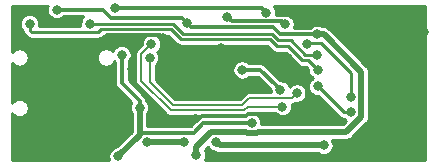
<source format=gbr>
G04 #@! TF.GenerationSoftware,KiCad,Pcbnew,(6.0.0-rc1-dev-1606-g4cd41e394)*
G04 #@! TF.CreationDate,2019-02-20T17:22:23+01:00*
G04 #@! TF.ProjectId,WINDGAUGE03A_PCB01A,57494e44-4741-4554-9745-3033415f5043,rev?*
G04 #@! TF.SameCoordinates,Original*
G04 #@! TF.FileFunction,Copper,L2,Bot*
G04 #@! TF.FilePolarity,Positive*
%FSLAX46Y46*%
G04 Gerber Fmt 4.6, Leading zero omitted, Abs format (unit mm)*
G04 Created by KiCad (PCBNEW (6.0.0-rc1-dev-1606-g4cd41e394)) date 20.02.2019 17:22:23*
%MOMM*%
%LPD*%
G04 APERTURE LIST*
%ADD10C,0.800000*%
%ADD11C,0.200000*%
%ADD12C,0.300000*%
%ADD13C,0.250000*%
%ADD14C,0.500000*%
%ADD15C,0.254000*%
G04 APERTURE END LIST*
D10*
X29306000Y12610000D03*
X30830000Y12610000D03*
X32100000Y12610000D03*
X35148000Y4482000D03*
X35148000Y5752000D03*
X32608000Y4228000D03*
X33116000Y11340000D03*
X34386000Y11340000D03*
X35402000Y11340000D03*
X32587958Y5731958D03*
X18200000Y9954000D03*
X22100000Y700000D03*
X23500000Y700000D03*
X25000000Y700000D03*
X25900000Y5100000D03*
X25200000Y7900000D03*
X24300000Y8175001D03*
X23887348Y9087348D03*
X17200000Y6300000D03*
X15100000Y6200000D03*
X10700000Y8200000D03*
X1400000Y1900000D03*
X2700000Y1900000D03*
X4200000Y1900000D03*
X5600000Y1900000D03*
X1100000Y10700000D03*
X6000225Y12121765D03*
X13275290Y10800000D03*
X16000000Y3983020D03*
X26900000Y1700000D03*
X17800000Y2000000D03*
X11901041Y1998959D03*
X15100000Y2030002D03*
X4300000Y13200000D03*
X15300000Y12100000D03*
X16100000Y900000D03*
X26332500Y11108132D03*
X9500000Y800000D03*
X11300000Y4900000D03*
X9800000Y9400000D03*
X20000000Y8100000D03*
X22040000Y12950010D03*
X9200000Y13324999D03*
X23229554Y6400012D03*
X20800000Y3600000D03*
X29200000Y4500000D03*
X26400000Y6700000D03*
X29200000Y5800000D03*
X25498926Y10298462D03*
X18700000Y12610000D03*
X23626000Y11950000D03*
X2000000Y12000000D03*
X26399997Y8100003D03*
X26300000Y9400000D03*
X7100000Y11999999D03*
X12300000Y10300000D03*
X23400000Y5000000D03*
X12156910Y9143271D03*
X24629565Y6150486D03*
D11*
X29306000Y12610000D02*
X30830000Y12610000D01*
X32608000Y5711916D02*
X32587958Y5731958D01*
D12*
X22100000Y700000D02*
X23500000Y700000D01*
D11*
X25400000Y7700000D02*
X25200000Y7900000D01*
X25900000Y5100000D02*
X25400000Y5600000D01*
X25400000Y5600000D02*
X25400000Y7700000D01*
D13*
X24300000Y8175001D02*
X24300000Y8674696D01*
X24300000Y8674696D02*
X23887348Y9087348D01*
X17200000Y6300000D02*
X15200000Y6300000D01*
X15200000Y6300000D02*
X15100000Y6200000D01*
D12*
X10700000Y8200000D02*
X10700000Y7100000D01*
X10700000Y7100000D02*
X13700000Y4100000D01*
X13700000Y4100000D02*
X16000000Y4100000D01*
X16000000Y4100000D02*
X16100000Y4200000D01*
X13000311Y11074979D02*
X8574979Y11074979D01*
X13275290Y10800000D02*
X13000311Y11074979D01*
X8200000Y10700000D02*
X8200000Y10500000D01*
X8574979Y11074979D02*
X8200000Y10700000D01*
X8200000Y10500000D02*
X7700000Y10000000D01*
X1800000Y10000000D02*
X1100000Y10700000D01*
X7700000Y10000000D02*
X1800000Y10000000D01*
X25500001Y4700001D02*
X25300001Y4700001D01*
X25900000Y5100000D02*
X25500001Y4700001D01*
X20335118Y4233010D02*
X20502108Y4400000D01*
X16625890Y4233010D02*
X20335118Y4233010D01*
X16000000Y3983020D02*
X16375900Y3983020D01*
X16375900Y3983020D02*
X16625890Y4233010D01*
X22889998Y4400000D02*
X23289998Y4000000D01*
X20502108Y4400000D02*
X22889998Y4400000D01*
X24800000Y4000000D02*
X25900000Y5100000D01*
X23289998Y4000000D02*
X24800000Y4000000D01*
D14*
X26900000Y1700000D02*
X18100000Y1700000D01*
X18100000Y1700000D02*
X17800000Y2000000D01*
X15068957Y1998959D02*
X15100000Y2030002D01*
X11901041Y1998959D02*
X15068957Y1998959D01*
D12*
X22608174Y11700000D02*
X23200042Y11108132D01*
X23200042Y11108132D02*
X25766815Y11108132D01*
X15300000Y12100000D02*
X15699999Y11700001D01*
X15699999Y11700001D02*
X22608174Y11700000D01*
X25766815Y11108132D02*
X26332500Y11108132D01*
X14900001Y12499999D02*
X15300000Y12100000D01*
X8914998Y12499999D02*
X14900001Y12499999D01*
X8214997Y13200000D02*
X8914998Y12499999D01*
X4300000Y13200000D02*
X8214997Y13200000D01*
D14*
X26332500Y11108132D02*
X26898185Y11108132D01*
X30050001Y7956316D02*
X30050001Y4091999D01*
X26898185Y11108132D02*
X30050001Y7956316D01*
X28808003Y2850001D02*
X21308003Y2850001D01*
X21308003Y2850001D02*
X21208001Y2749999D01*
X16100000Y1465685D02*
X16100000Y900000D01*
X21208001Y2749999D02*
X20391999Y2749999D01*
X20291997Y2850001D02*
X17391999Y2850001D01*
X16100000Y1558002D02*
X16100000Y1465685D01*
X20391999Y2749999D02*
X20291997Y2850001D01*
X17391999Y2850001D02*
X16100000Y1558002D01*
X30050001Y4091999D02*
X28808003Y2850001D01*
D12*
X9235002Y13360001D02*
X9200000Y13324999D01*
X22040000Y12950010D02*
X21630009Y13360001D01*
X21630009Y13360001D02*
X9235002Y13360001D01*
X9800000Y8834315D02*
X9800000Y9400000D01*
X9800000Y6965685D02*
X9800000Y8834315D01*
X11300000Y5465685D02*
X9800000Y6965685D01*
X11300000Y4900000D02*
X11300000Y5465685D01*
X20000000Y8100000D02*
X21529566Y8100000D01*
X22829555Y6800011D02*
X23229554Y6400012D01*
X21529566Y8100000D02*
X22829555Y6800011D01*
D14*
X9500000Y800000D02*
X11300000Y2600000D01*
X11300000Y2600000D02*
X11300000Y4900000D01*
D12*
X15900000Y2800000D02*
X16700000Y3600000D01*
X20234315Y3600000D02*
X20800000Y3600000D01*
X11500000Y2800000D02*
X15900000Y2800000D01*
X16700000Y3600000D02*
X20234315Y3600000D01*
X11300000Y2600000D02*
X11500000Y2800000D01*
D13*
X26799999Y6300001D02*
X26400000Y6700000D01*
X28600000Y4500000D02*
X26799999Y6300001D01*
X29200000Y4500000D02*
X28600000Y4500000D01*
X26634412Y10383122D02*
X25583586Y10383122D01*
X25583586Y10383122D02*
X25498926Y10298462D01*
X29200000Y7817534D02*
X26634412Y10383122D01*
X29200000Y5800000D02*
X29200000Y7817534D01*
D12*
X18700000Y12610000D02*
X19109990Y12200010D01*
X19109990Y12200010D02*
X22399990Y12200010D01*
X22399990Y12200010D02*
X23375990Y12200010D01*
X23375990Y12200010D02*
X23626000Y11950000D01*
D13*
X25999998Y8500002D02*
X26399997Y8100003D01*
X25100000Y8900001D02*
X25599999Y8900001D01*
X22900000Y10100000D02*
X23900001Y10100000D01*
X22320999Y10679001D02*
X22900000Y10100000D01*
X14847139Y10679001D02*
X22320999Y10679001D01*
X2000000Y12000000D02*
X2000000Y11434315D01*
X23900001Y10100000D02*
X25100000Y8900001D01*
X2000000Y11434315D02*
X2159317Y11274998D01*
X2159317Y11274998D02*
X7774998Y11274998D01*
X7774998Y11274998D02*
X8049989Y11549989D01*
X25599999Y8900001D02*
X25999998Y8500002D01*
X8049989Y11549989D02*
X13976151Y11549989D01*
X13976151Y11549989D02*
X14847139Y10679001D01*
X26300000Y9400000D02*
X25324386Y9400000D01*
X25324386Y9400000D02*
X24124386Y10600000D01*
X24124386Y10600000D02*
X23036410Y10600000D01*
X15012539Y11150011D02*
X14162551Y11999999D01*
X7665685Y11999999D02*
X7100000Y11999999D01*
X14162551Y11999999D02*
X7665685Y11999999D01*
X22486399Y11150011D02*
X15012539Y11150011D01*
X23036410Y10600000D02*
X22486399Y11150011D01*
D11*
X20465698Y5000000D02*
X23400000Y5000000D01*
X20148718Y4683020D02*
X20465698Y5000000D01*
X13951281Y4683020D02*
X20148718Y4683020D01*
X11456909Y7177392D02*
X13951281Y4683020D01*
X12300000Y10300000D02*
X11456909Y9456909D01*
X11456909Y9456909D02*
X11456909Y7177392D01*
X14100000Y5100000D02*
X12156910Y7043090D01*
X12156910Y7043090D02*
X12156910Y9143271D01*
X19600000Y5100000D02*
X14100000Y5100000D01*
X19600000Y5100000D02*
X20000000Y5100000D01*
X20000000Y5100000D02*
X20600002Y5700002D01*
X24229566Y5750487D02*
X24629565Y6150486D01*
X20600002Y5700002D02*
X24179081Y5700002D01*
X24179081Y5700002D02*
X24229566Y5750487D01*
D15*
G36*
X35498001Y502000D02*
G01*
X16828688Y502000D01*
X16832877Y508269D01*
X16895218Y658773D01*
X16927000Y818548D01*
X16927000Y981452D01*
X16895218Y1141227D01*
X16832877Y1291731D01*
X16816164Y1316744D01*
X17083372Y1583951D01*
X17157628Y1472819D01*
X17272819Y1357628D01*
X17408269Y1267123D01*
X17558773Y1204782D01*
X17661056Y1184436D01*
X17722059Y1134372D01*
X17839670Y1071508D01*
X17967285Y1032796D01*
X18066748Y1023000D01*
X18066757Y1023000D01*
X18099999Y1019726D01*
X18133241Y1023000D01*
X26424643Y1023000D01*
X26508269Y967123D01*
X26658773Y904782D01*
X26818548Y873000D01*
X26981452Y873000D01*
X27141227Y904782D01*
X27291731Y967123D01*
X27427181Y1057628D01*
X27542372Y1172819D01*
X27632877Y1308269D01*
X27695218Y1458773D01*
X27727000Y1618548D01*
X27727000Y1781452D01*
X27695218Y1941227D01*
X27632877Y2091731D01*
X27578574Y2173001D01*
X28774758Y2173001D01*
X28808003Y2169727D01*
X28841248Y2173001D01*
X28841255Y2173001D01*
X28940718Y2182797D01*
X29068333Y2221509D01*
X29185944Y2284373D01*
X29289030Y2368974D01*
X29310229Y2394805D01*
X30505197Y3589773D01*
X30531028Y3610972D01*
X30615629Y3714058D01*
X30678493Y3831669D01*
X30717205Y3959284D01*
X30727001Y4058747D01*
X30727001Y4058756D01*
X30730275Y4091998D01*
X30727001Y4125240D01*
X30727001Y7923071D01*
X30730275Y7956316D01*
X30727001Y7989561D01*
X30727001Y7989568D01*
X30717205Y8089031D01*
X30678493Y8216646D01*
X30615629Y8334257D01*
X30606541Y8345331D01*
X30552225Y8411515D01*
X30552219Y8411521D01*
X30531027Y8437343D01*
X30505207Y8458533D01*
X27400411Y11563328D01*
X27379212Y11589159D01*
X27276126Y11673760D01*
X27158515Y11736624D01*
X27030900Y11775336D01*
X26931437Y11785132D01*
X26931430Y11785132D01*
X26898185Y11788406D01*
X26864940Y11785132D01*
X26807857Y11785132D01*
X26724231Y11841009D01*
X26573727Y11903350D01*
X26413952Y11935132D01*
X26251048Y11935132D01*
X26091273Y11903350D01*
X25940769Y11841009D01*
X25805319Y11750504D01*
X25739947Y11685132D01*
X24411426Y11685132D01*
X24421218Y11708773D01*
X24453000Y11868548D01*
X24453000Y12031452D01*
X24421218Y12191227D01*
X24358877Y12341731D01*
X24268372Y12477181D01*
X24153181Y12592372D01*
X24017731Y12682877D01*
X23867227Y12745218D01*
X23707452Y12777000D01*
X23544548Y12777000D01*
X23494457Y12767036D01*
X23489101Y12768661D01*
X23434035Y12774084D01*
X23404326Y12777010D01*
X23404321Y12777010D01*
X23375990Y12779800D01*
X23347659Y12777010D01*
X22848790Y12777010D01*
X22867000Y12868558D01*
X22867000Y13031462D01*
X22835218Y13191237D01*
X22772877Y13341741D01*
X22682372Y13477191D01*
X22661563Y13498000D01*
X35498000Y13498000D01*
X35498001Y502000D01*
X35498001Y502000D01*
G37*
X35498001Y502000D02*
X16828688Y502000D01*
X16832877Y508269D01*
X16895218Y658773D01*
X16927000Y818548D01*
X16927000Y981452D01*
X16895218Y1141227D01*
X16832877Y1291731D01*
X16816164Y1316744D01*
X17083372Y1583951D01*
X17157628Y1472819D01*
X17272819Y1357628D01*
X17408269Y1267123D01*
X17558773Y1204782D01*
X17661056Y1184436D01*
X17722059Y1134372D01*
X17839670Y1071508D01*
X17967285Y1032796D01*
X18066748Y1023000D01*
X18066757Y1023000D01*
X18099999Y1019726D01*
X18133241Y1023000D01*
X26424643Y1023000D01*
X26508269Y967123D01*
X26658773Y904782D01*
X26818548Y873000D01*
X26981452Y873000D01*
X27141227Y904782D01*
X27291731Y967123D01*
X27427181Y1057628D01*
X27542372Y1172819D01*
X27632877Y1308269D01*
X27695218Y1458773D01*
X27727000Y1618548D01*
X27727000Y1781452D01*
X27695218Y1941227D01*
X27632877Y2091731D01*
X27578574Y2173001D01*
X28774758Y2173001D01*
X28808003Y2169727D01*
X28841248Y2173001D01*
X28841255Y2173001D01*
X28940718Y2182797D01*
X29068333Y2221509D01*
X29185944Y2284373D01*
X29289030Y2368974D01*
X29310229Y2394805D01*
X30505197Y3589773D01*
X30531028Y3610972D01*
X30615629Y3714058D01*
X30678493Y3831669D01*
X30717205Y3959284D01*
X30727001Y4058747D01*
X30727001Y4058756D01*
X30730275Y4091998D01*
X30727001Y4125240D01*
X30727001Y7923071D01*
X30730275Y7956316D01*
X30727001Y7989561D01*
X30727001Y7989568D01*
X30717205Y8089031D01*
X30678493Y8216646D01*
X30615629Y8334257D01*
X30606541Y8345331D01*
X30552225Y8411515D01*
X30552219Y8411521D01*
X30531027Y8437343D01*
X30505207Y8458533D01*
X27400411Y11563328D01*
X27379212Y11589159D01*
X27276126Y11673760D01*
X27158515Y11736624D01*
X27030900Y11775336D01*
X26931437Y11785132D01*
X26931430Y11785132D01*
X26898185Y11788406D01*
X26864940Y11785132D01*
X26807857Y11785132D01*
X26724231Y11841009D01*
X26573727Y11903350D01*
X26413952Y11935132D01*
X26251048Y11935132D01*
X26091273Y11903350D01*
X25940769Y11841009D01*
X25805319Y11750504D01*
X25739947Y11685132D01*
X24411426Y11685132D01*
X24421218Y11708773D01*
X24453000Y11868548D01*
X24453000Y12031452D01*
X24421218Y12191227D01*
X24358877Y12341731D01*
X24268372Y12477181D01*
X24153181Y12592372D01*
X24017731Y12682877D01*
X23867227Y12745218D01*
X23707452Y12777000D01*
X23544548Y12777000D01*
X23494457Y12767036D01*
X23489101Y12768661D01*
X23434035Y12774084D01*
X23404326Y12777010D01*
X23404321Y12777010D01*
X23375990Y12779800D01*
X23347659Y12777010D01*
X22848790Y12777010D01*
X22867000Y12868558D01*
X22867000Y13031462D01*
X22835218Y13191237D01*
X22772877Y13341741D01*
X22682372Y13477191D01*
X22661563Y13498000D01*
X35498000Y13498000D01*
X35498001Y502000D01*
G36*
X3504782Y13441227D02*
G01*
X3473000Y13281452D01*
X3473000Y13118548D01*
X3504782Y12958773D01*
X3567123Y12808269D01*
X3657628Y12672819D01*
X3772819Y12557628D01*
X3908269Y12467123D01*
X4058773Y12404782D01*
X4218548Y12373000D01*
X4381452Y12373000D01*
X4541227Y12404782D01*
X4691731Y12467123D01*
X4827181Y12557628D01*
X4892553Y12623000D01*
X6553448Y12623000D01*
X6457628Y12527180D01*
X6367123Y12391730D01*
X6304782Y12241226D01*
X6273000Y12081451D01*
X6273000Y11918547D01*
X6291211Y11826998D01*
X2808789Y11826998D01*
X2827000Y11918548D01*
X2827000Y12081452D01*
X2795218Y12241227D01*
X2732877Y12391731D01*
X2642372Y12527181D01*
X2527181Y12642372D01*
X2391731Y12732877D01*
X2241227Y12795218D01*
X2081452Y12827000D01*
X1918548Y12827000D01*
X1758773Y12795218D01*
X1608269Y12732877D01*
X1472819Y12642372D01*
X1357628Y12527181D01*
X1267123Y12391731D01*
X1204782Y12241227D01*
X1173000Y12081452D01*
X1173000Y11918548D01*
X1204782Y11758773D01*
X1267123Y11608269D01*
X1357628Y11472819D01*
X1450705Y11379742D01*
X1455988Y11326104D01*
X1473881Y11267122D01*
X1487552Y11222053D01*
X1531308Y11140192D01*
X1538810Y11126157D01*
X1607790Y11042104D01*
X1628851Y11024820D01*
X1749820Y10903850D01*
X1767106Y10882787D01*
X1851159Y10813807D01*
X1947054Y10762550D01*
X2051106Y10730986D01*
X2132208Y10722998D01*
X2132218Y10722998D01*
X2159316Y10720329D01*
X2186414Y10722998D01*
X7747892Y10722998D01*
X7774998Y10720328D01*
X7802104Y10722998D01*
X7802107Y10722998D01*
X7883209Y10730986D01*
X7987261Y10762550D01*
X8083156Y10813807D01*
X8167209Y10882787D01*
X8184499Y10903855D01*
X8278633Y10997989D01*
X11856056Y10997989D01*
X11772819Y10942372D01*
X11657628Y10827181D01*
X11567123Y10691731D01*
X11504782Y10541227D01*
X11473000Y10381452D01*
X11473000Y10218548D01*
X11473043Y10218333D01*
X11102575Y9847864D01*
X11082461Y9831357D01*
X11016605Y9751111D01*
X10984213Y9690509D01*
X10967670Y9659558D01*
X10937535Y9560218D01*
X10927360Y9456909D01*
X10929909Y9431028D01*
X10929910Y7203282D01*
X10927360Y7177392D01*
X10937535Y7074083D01*
X10967670Y6974743D01*
X11016605Y6883191D01*
X11016606Y6883190D01*
X11082462Y6802944D01*
X11102571Y6786441D01*
X13560335Y4328675D01*
X13576833Y4308572D01*
X13657079Y4242716D01*
X13748631Y4193781D01*
X13803950Y4177000D01*
X13847971Y4163646D01*
X13951281Y4153471D01*
X13977162Y4156020D01*
X16545251Y4156020D01*
X16536849Y4153471D01*
X16478124Y4135657D01*
X16377885Y4082079D01*
X16290026Y4009974D01*
X16271961Y3987962D01*
X15660999Y3377000D01*
X11977000Y3377000D01*
X11977000Y4424643D01*
X12032877Y4508269D01*
X12095218Y4658773D01*
X12127000Y4818548D01*
X12127000Y4981452D01*
X12095218Y5141227D01*
X12032877Y5291731D01*
X11942372Y5427181D01*
X11877160Y5492393D01*
X11877000Y5494015D01*
X11877000Y5494021D01*
X11868650Y5578797D01*
X11835657Y5687561D01*
X11782079Y5787800D01*
X11709974Y5875659D01*
X11687962Y5893724D01*
X10377000Y7204686D01*
X10377000Y8807447D01*
X10442372Y8872819D01*
X10532877Y9008269D01*
X10595218Y9158773D01*
X10627000Y9318548D01*
X10627000Y9481452D01*
X10595218Y9641227D01*
X10532877Y9791731D01*
X10442372Y9927181D01*
X10327181Y10042372D01*
X10191731Y10132877D01*
X10041227Y10195218D01*
X9881452Y10227000D01*
X9718548Y10227000D01*
X9558773Y10195218D01*
X9408269Y10132877D01*
X9272819Y10042372D01*
X9157628Y9927181D01*
X9067123Y9791731D01*
X9020257Y9678588D01*
X8945309Y9753536D01*
X8818048Y9838569D01*
X8676643Y9897141D01*
X8526528Y9927000D01*
X8373472Y9927000D01*
X8223357Y9897141D01*
X8081952Y9838569D01*
X7954691Y9753536D01*
X7846464Y9645309D01*
X7761431Y9518048D01*
X7702859Y9376643D01*
X7673000Y9226528D01*
X7673000Y9073472D01*
X7702859Y8923357D01*
X7761431Y8781952D01*
X7846464Y8654691D01*
X7954691Y8546464D01*
X8081952Y8461431D01*
X8223357Y8402859D01*
X8373472Y8373000D01*
X8526528Y8373000D01*
X8676643Y8402859D01*
X8818048Y8461431D01*
X8945309Y8546464D01*
X9053536Y8654691D01*
X9138569Y8781952D01*
X9170766Y8859681D01*
X9223000Y8807447D01*
X9223000Y8805980D01*
X9223001Y8805970D01*
X9223000Y6994016D01*
X9220210Y6965685D01*
X9223000Y6937354D01*
X9223000Y6937350D01*
X9225334Y6913657D01*
X9231349Y6852574D01*
X9249803Y6791743D01*
X9264343Y6743810D01*
X9317921Y6643571D01*
X9390026Y6555711D01*
X9412038Y6537646D01*
X10603504Y5346180D01*
X10567123Y5291731D01*
X10504782Y5141227D01*
X10473000Y4981452D01*
X10473000Y4818548D01*
X10504782Y4658773D01*
X10567123Y4508269D01*
X10623001Y4424642D01*
X10623000Y2880422D01*
X9357418Y1614840D01*
X9258773Y1595218D01*
X9108269Y1532877D01*
X8972819Y1442372D01*
X8857628Y1327181D01*
X8767123Y1191731D01*
X8704782Y1041227D01*
X8673000Y881452D01*
X8673000Y718548D01*
X8704782Y558773D01*
X8728298Y502000D01*
X502000Y502000D01*
X502000Y4421236D01*
X546464Y4354691D01*
X654691Y4246464D01*
X781952Y4161431D01*
X923357Y4102859D01*
X1073472Y4073000D01*
X1226528Y4073000D01*
X1376643Y4102859D01*
X1518048Y4161431D01*
X1645309Y4246464D01*
X1753536Y4354691D01*
X1838569Y4481952D01*
X1897141Y4623357D01*
X1927000Y4773472D01*
X1927000Y4926528D01*
X1897141Y5076643D01*
X1838569Y5218048D01*
X1753536Y5345309D01*
X1645309Y5453536D01*
X1518048Y5538569D01*
X1376643Y5597141D01*
X1226528Y5627000D01*
X1073472Y5627000D01*
X923357Y5597141D01*
X781952Y5538569D01*
X654691Y5453536D01*
X546464Y5345309D01*
X502000Y5278764D01*
X502000Y8721236D01*
X546464Y8654691D01*
X654691Y8546464D01*
X781952Y8461431D01*
X923357Y8402859D01*
X1073472Y8373000D01*
X1226528Y8373000D01*
X1376643Y8402859D01*
X1518048Y8461431D01*
X1645309Y8546464D01*
X1753536Y8654691D01*
X1838569Y8781952D01*
X1897141Y8923357D01*
X1927000Y9073472D01*
X1927000Y9226528D01*
X1897141Y9376643D01*
X1838569Y9518048D01*
X1753536Y9645309D01*
X1645309Y9753536D01*
X1518048Y9838569D01*
X1376643Y9897141D01*
X1226528Y9927000D01*
X1073472Y9927000D01*
X923357Y9897141D01*
X781952Y9838569D01*
X654691Y9753536D01*
X546464Y9645309D01*
X502000Y9578764D01*
X502000Y13498000D01*
X3528298Y13498000D01*
X3504782Y13441227D01*
X3504782Y13441227D01*
G37*
X3504782Y13441227D02*
X3473000Y13281452D01*
X3473000Y13118548D01*
X3504782Y12958773D01*
X3567123Y12808269D01*
X3657628Y12672819D01*
X3772819Y12557628D01*
X3908269Y12467123D01*
X4058773Y12404782D01*
X4218548Y12373000D01*
X4381452Y12373000D01*
X4541227Y12404782D01*
X4691731Y12467123D01*
X4827181Y12557628D01*
X4892553Y12623000D01*
X6553448Y12623000D01*
X6457628Y12527180D01*
X6367123Y12391730D01*
X6304782Y12241226D01*
X6273000Y12081451D01*
X6273000Y11918547D01*
X6291211Y11826998D01*
X2808789Y11826998D01*
X2827000Y11918548D01*
X2827000Y12081452D01*
X2795218Y12241227D01*
X2732877Y12391731D01*
X2642372Y12527181D01*
X2527181Y12642372D01*
X2391731Y12732877D01*
X2241227Y12795218D01*
X2081452Y12827000D01*
X1918548Y12827000D01*
X1758773Y12795218D01*
X1608269Y12732877D01*
X1472819Y12642372D01*
X1357628Y12527181D01*
X1267123Y12391731D01*
X1204782Y12241227D01*
X1173000Y12081452D01*
X1173000Y11918548D01*
X1204782Y11758773D01*
X1267123Y11608269D01*
X1357628Y11472819D01*
X1450705Y11379742D01*
X1455988Y11326104D01*
X1473881Y11267122D01*
X1487552Y11222053D01*
X1531308Y11140192D01*
X1538810Y11126157D01*
X1607790Y11042104D01*
X1628851Y11024820D01*
X1749820Y10903850D01*
X1767106Y10882787D01*
X1851159Y10813807D01*
X1947054Y10762550D01*
X2051106Y10730986D01*
X2132208Y10722998D01*
X2132218Y10722998D01*
X2159316Y10720329D01*
X2186414Y10722998D01*
X7747892Y10722998D01*
X7774998Y10720328D01*
X7802104Y10722998D01*
X7802107Y10722998D01*
X7883209Y10730986D01*
X7987261Y10762550D01*
X8083156Y10813807D01*
X8167209Y10882787D01*
X8184499Y10903855D01*
X8278633Y10997989D01*
X11856056Y10997989D01*
X11772819Y10942372D01*
X11657628Y10827181D01*
X11567123Y10691731D01*
X11504782Y10541227D01*
X11473000Y10381452D01*
X11473000Y10218548D01*
X11473043Y10218333D01*
X11102575Y9847864D01*
X11082461Y9831357D01*
X11016605Y9751111D01*
X10984213Y9690509D01*
X10967670Y9659558D01*
X10937535Y9560218D01*
X10927360Y9456909D01*
X10929909Y9431028D01*
X10929910Y7203282D01*
X10927360Y7177392D01*
X10937535Y7074083D01*
X10967670Y6974743D01*
X11016605Y6883191D01*
X11016606Y6883190D01*
X11082462Y6802944D01*
X11102571Y6786441D01*
X13560335Y4328675D01*
X13576833Y4308572D01*
X13657079Y4242716D01*
X13748631Y4193781D01*
X13803950Y4177000D01*
X13847971Y4163646D01*
X13951281Y4153471D01*
X13977162Y4156020D01*
X16545251Y4156020D01*
X16536849Y4153471D01*
X16478124Y4135657D01*
X16377885Y4082079D01*
X16290026Y4009974D01*
X16271961Y3987962D01*
X15660999Y3377000D01*
X11977000Y3377000D01*
X11977000Y4424643D01*
X12032877Y4508269D01*
X12095218Y4658773D01*
X12127000Y4818548D01*
X12127000Y4981452D01*
X12095218Y5141227D01*
X12032877Y5291731D01*
X11942372Y5427181D01*
X11877160Y5492393D01*
X11877000Y5494015D01*
X11877000Y5494021D01*
X11868650Y5578797D01*
X11835657Y5687561D01*
X11782079Y5787800D01*
X11709974Y5875659D01*
X11687962Y5893724D01*
X10377000Y7204686D01*
X10377000Y8807447D01*
X10442372Y8872819D01*
X10532877Y9008269D01*
X10595218Y9158773D01*
X10627000Y9318548D01*
X10627000Y9481452D01*
X10595218Y9641227D01*
X10532877Y9791731D01*
X10442372Y9927181D01*
X10327181Y10042372D01*
X10191731Y10132877D01*
X10041227Y10195218D01*
X9881452Y10227000D01*
X9718548Y10227000D01*
X9558773Y10195218D01*
X9408269Y10132877D01*
X9272819Y10042372D01*
X9157628Y9927181D01*
X9067123Y9791731D01*
X9020257Y9678588D01*
X8945309Y9753536D01*
X8818048Y9838569D01*
X8676643Y9897141D01*
X8526528Y9927000D01*
X8373472Y9927000D01*
X8223357Y9897141D01*
X8081952Y9838569D01*
X7954691Y9753536D01*
X7846464Y9645309D01*
X7761431Y9518048D01*
X7702859Y9376643D01*
X7673000Y9226528D01*
X7673000Y9073472D01*
X7702859Y8923357D01*
X7761431Y8781952D01*
X7846464Y8654691D01*
X7954691Y8546464D01*
X8081952Y8461431D01*
X8223357Y8402859D01*
X8373472Y8373000D01*
X8526528Y8373000D01*
X8676643Y8402859D01*
X8818048Y8461431D01*
X8945309Y8546464D01*
X9053536Y8654691D01*
X9138569Y8781952D01*
X9170766Y8859681D01*
X9223000Y8807447D01*
X9223000Y8805980D01*
X9223001Y8805970D01*
X9223000Y6994016D01*
X9220210Y6965685D01*
X9223000Y6937354D01*
X9223000Y6937350D01*
X9225334Y6913657D01*
X9231349Y6852574D01*
X9249803Y6791743D01*
X9264343Y6743810D01*
X9317921Y6643571D01*
X9390026Y6555711D01*
X9412038Y6537646D01*
X10603504Y5346180D01*
X10567123Y5291731D01*
X10504782Y5141227D01*
X10473000Y4981452D01*
X10473000Y4818548D01*
X10504782Y4658773D01*
X10567123Y4508269D01*
X10623001Y4424642D01*
X10623000Y2880422D01*
X9357418Y1614840D01*
X9258773Y1595218D01*
X9108269Y1532877D01*
X8972819Y1442372D01*
X8857628Y1327181D01*
X8767123Y1191731D01*
X8704782Y1041227D01*
X8673000Y881452D01*
X8673000Y718548D01*
X8704782Y558773D01*
X8728298Y502000D01*
X502000Y502000D01*
X502000Y4421236D01*
X546464Y4354691D01*
X654691Y4246464D01*
X781952Y4161431D01*
X923357Y4102859D01*
X1073472Y4073000D01*
X1226528Y4073000D01*
X1376643Y4102859D01*
X1518048Y4161431D01*
X1645309Y4246464D01*
X1753536Y4354691D01*
X1838569Y4481952D01*
X1897141Y4623357D01*
X1927000Y4773472D01*
X1927000Y4926528D01*
X1897141Y5076643D01*
X1838569Y5218048D01*
X1753536Y5345309D01*
X1645309Y5453536D01*
X1518048Y5538569D01*
X1376643Y5597141D01*
X1226528Y5627000D01*
X1073472Y5627000D01*
X923357Y5597141D01*
X781952Y5538569D01*
X654691Y5453536D01*
X546464Y5345309D01*
X502000Y5278764D01*
X502000Y8721236D01*
X546464Y8654691D01*
X654691Y8546464D01*
X781952Y8461431D01*
X923357Y8402859D01*
X1073472Y8373000D01*
X1226528Y8373000D01*
X1376643Y8402859D01*
X1518048Y8461431D01*
X1645309Y8546464D01*
X1753536Y8654691D01*
X1838569Y8781952D01*
X1897141Y8923357D01*
X1927000Y9073472D01*
X1927000Y9226528D01*
X1897141Y9376643D01*
X1838569Y9518048D01*
X1753536Y9645309D01*
X1645309Y9753536D01*
X1518048Y9838569D01*
X1376643Y9897141D01*
X1226528Y9927000D01*
X1073472Y9927000D01*
X923357Y9897141D01*
X781952Y9838569D01*
X654691Y9753536D01*
X546464Y9645309D01*
X502000Y9578764D01*
X502000Y13498000D01*
X3528298Y13498000D01*
X3504782Y13441227D01*
G36*
X14437646Y10307848D02*
G01*
X14454928Y10286790D01*
X14538981Y10217810D01*
X14634876Y10166553D01*
X14738928Y10134989D01*
X14820030Y10127001D01*
X14820032Y10127001D01*
X14847138Y10124331D01*
X14874244Y10127001D01*
X22092354Y10127001D01*
X22490507Y9728847D01*
X22507789Y9707789D01*
X22591842Y9638809D01*
X22687737Y9587552D01*
X22791789Y9555988D01*
X22872891Y9548000D01*
X22872893Y9548000D01*
X22899999Y9545330D01*
X22927105Y9548000D01*
X23671357Y9548000D01*
X24690504Y8528852D01*
X24707789Y8507790D01*
X24791842Y8438810D01*
X24887737Y8387553D01*
X24991789Y8355989D01*
X25072891Y8348001D01*
X25072894Y8348001D01*
X25100000Y8345331D01*
X25127106Y8348001D01*
X25371355Y8348001D01*
X25572997Y8146358D01*
X25572997Y8018551D01*
X25604779Y7858776D01*
X25667120Y7708272D01*
X25757625Y7572822D01*
X25872816Y7457631D01*
X25959066Y7400000D01*
X25872819Y7342372D01*
X25757628Y7227181D01*
X25667123Y7091731D01*
X25604782Y6941227D01*
X25573000Y6781452D01*
X25573000Y6618548D01*
X25604782Y6458773D01*
X25667123Y6308269D01*
X25757628Y6172819D01*
X25872819Y6057628D01*
X26008269Y5967123D01*
X26158773Y5904782D01*
X26318548Y5873000D01*
X26446356Y5873000D01*
X28190508Y4128846D01*
X28207789Y4107789D01*
X28228845Y4090509D01*
X28228846Y4090508D01*
X28291842Y4038809D01*
X28387737Y3987552D01*
X28491789Y3955988D01*
X28583491Y3946956D01*
X28672819Y3857628D01*
X28783951Y3783371D01*
X28527581Y3527001D01*
X21627000Y3527001D01*
X21627000Y3681452D01*
X21595218Y3841227D01*
X21532877Y3991731D01*
X21442372Y4127181D01*
X21327181Y4242372D01*
X21191731Y4332877D01*
X21041227Y4395218D01*
X20881452Y4427000D01*
X20718548Y4427000D01*
X20617983Y4406996D01*
X20683987Y4473000D01*
X22757507Y4473000D01*
X22757628Y4472819D01*
X22872819Y4357628D01*
X23008269Y4267123D01*
X23158773Y4204782D01*
X23318548Y4173000D01*
X23481452Y4173000D01*
X23641227Y4204782D01*
X23791731Y4267123D01*
X23927181Y4357628D01*
X24042372Y4472819D01*
X24132877Y4608269D01*
X24195218Y4758773D01*
X24227000Y4918548D01*
X24227000Y5081452D01*
X24208716Y5173372D01*
X24282391Y5180628D01*
X24381731Y5210763D01*
X24473283Y5259698D01*
X24551009Y5323486D01*
X24711017Y5323486D01*
X24870792Y5355268D01*
X25021296Y5417609D01*
X25156746Y5508114D01*
X25271937Y5623305D01*
X25362442Y5758755D01*
X25424783Y5909259D01*
X25456565Y6069034D01*
X25456565Y6231938D01*
X25424783Y6391713D01*
X25362442Y6542217D01*
X25271937Y6677667D01*
X25156746Y6792858D01*
X25021296Y6883363D01*
X24870792Y6945704D01*
X24711017Y6977486D01*
X24548113Y6977486D01*
X24388338Y6945704D01*
X24237834Y6883363D01*
X24102384Y6792858D01*
X24003096Y6693570D01*
X23962431Y6791743D01*
X23871926Y6927193D01*
X23756735Y7042384D01*
X23621285Y7132889D01*
X23470781Y7195230D01*
X23311006Y7227012D01*
X23218556Y7227012D01*
X21957605Y8487962D01*
X21939540Y8509974D01*
X21851681Y8582079D01*
X21751442Y8635657D01*
X21687336Y8655103D01*
X21642677Y8668651D01*
X21587611Y8674074D01*
X21557902Y8677000D01*
X21557897Y8677000D01*
X21529566Y8679790D01*
X21501235Y8677000D01*
X20592553Y8677000D01*
X20527181Y8742372D01*
X20391731Y8832877D01*
X20241227Y8895218D01*
X20081452Y8927000D01*
X19918548Y8927000D01*
X19758773Y8895218D01*
X19608269Y8832877D01*
X19472819Y8742372D01*
X19357628Y8627181D01*
X19267123Y8491731D01*
X19204782Y8341227D01*
X19173000Y8181452D01*
X19173000Y8018548D01*
X19204782Y7858773D01*
X19267123Y7708269D01*
X19357628Y7572819D01*
X19472819Y7457628D01*
X19608269Y7367123D01*
X19758773Y7304782D01*
X19918548Y7273000D01*
X20081452Y7273000D01*
X20241227Y7304782D01*
X20391731Y7367123D01*
X20527181Y7457628D01*
X20592553Y7523000D01*
X21290565Y7523000D01*
X22402554Y6411010D01*
X22402554Y6318560D01*
X22420766Y6227002D01*
X20625883Y6227002D01*
X20600002Y6229551D01*
X20574121Y6227002D01*
X20496692Y6219376D01*
X20397352Y6189241D01*
X20305800Y6140306D01*
X20225554Y6074450D01*
X20209051Y6054341D01*
X19781711Y5627000D01*
X14318290Y5627000D01*
X12683910Y7261379D01*
X12683910Y8500778D01*
X12684091Y8500899D01*
X12799282Y8616090D01*
X12889787Y8751540D01*
X12952128Y8902044D01*
X12983910Y9061819D01*
X12983910Y9224723D01*
X12952128Y9384498D01*
X12889787Y9535002D01*
X12813817Y9648699D01*
X12827181Y9657628D01*
X12942372Y9772819D01*
X13032877Y9908269D01*
X13095218Y10058773D01*
X13127000Y10218548D01*
X13127000Y10381452D01*
X13095218Y10541227D01*
X13032877Y10691731D01*
X12942372Y10827181D01*
X12827181Y10942372D01*
X12743944Y10997989D01*
X13747507Y10997989D01*
X14437646Y10307848D01*
X14437646Y10307848D01*
G37*
X14437646Y10307848D02*
X14454928Y10286790D01*
X14538981Y10217810D01*
X14634876Y10166553D01*
X14738928Y10134989D01*
X14820030Y10127001D01*
X14820032Y10127001D01*
X14847138Y10124331D01*
X14874244Y10127001D01*
X22092354Y10127001D01*
X22490507Y9728847D01*
X22507789Y9707789D01*
X22591842Y9638809D01*
X22687737Y9587552D01*
X22791789Y9555988D01*
X22872891Y9548000D01*
X22872893Y9548000D01*
X22899999Y9545330D01*
X22927105Y9548000D01*
X23671357Y9548000D01*
X24690504Y8528852D01*
X24707789Y8507790D01*
X24791842Y8438810D01*
X24887737Y8387553D01*
X24991789Y8355989D01*
X25072891Y8348001D01*
X25072894Y8348001D01*
X25100000Y8345331D01*
X25127106Y8348001D01*
X25371355Y8348001D01*
X25572997Y8146358D01*
X25572997Y8018551D01*
X25604779Y7858776D01*
X25667120Y7708272D01*
X25757625Y7572822D01*
X25872816Y7457631D01*
X25959066Y7400000D01*
X25872819Y7342372D01*
X25757628Y7227181D01*
X25667123Y7091731D01*
X25604782Y6941227D01*
X25573000Y6781452D01*
X25573000Y6618548D01*
X25604782Y6458773D01*
X25667123Y6308269D01*
X25757628Y6172819D01*
X25872819Y6057628D01*
X26008269Y5967123D01*
X26158773Y5904782D01*
X26318548Y5873000D01*
X26446356Y5873000D01*
X28190508Y4128846D01*
X28207789Y4107789D01*
X28228845Y4090509D01*
X28228846Y4090508D01*
X28291842Y4038809D01*
X28387737Y3987552D01*
X28491789Y3955988D01*
X28583491Y3946956D01*
X28672819Y3857628D01*
X28783951Y3783371D01*
X28527581Y3527001D01*
X21627000Y3527001D01*
X21627000Y3681452D01*
X21595218Y3841227D01*
X21532877Y3991731D01*
X21442372Y4127181D01*
X21327181Y4242372D01*
X21191731Y4332877D01*
X21041227Y4395218D01*
X20881452Y4427000D01*
X20718548Y4427000D01*
X20617983Y4406996D01*
X20683987Y4473000D01*
X22757507Y4473000D01*
X22757628Y4472819D01*
X22872819Y4357628D01*
X23008269Y4267123D01*
X23158773Y4204782D01*
X23318548Y4173000D01*
X23481452Y4173000D01*
X23641227Y4204782D01*
X23791731Y4267123D01*
X23927181Y4357628D01*
X24042372Y4472819D01*
X24132877Y4608269D01*
X24195218Y4758773D01*
X24227000Y4918548D01*
X24227000Y5081452D01*
X24208716Y5173372D01*
X24282391Y5180628D01*
X24381731Y5210763D01*
X24473283Y5259698D01*
X24551009Y5323486D01*
X24711017Y5323486D01*
X24870792Y5355268D01*
X25021296Y5417609D01*
X25156746Y5508114D01*
X25271937Y5623305D01*
X25362442Y5758755D01*
X25424783Y5909259D01*
X25456565Y6069034D01*
X25456565Y6231938D01*
X25424783Y6391713D01*
X25362442Y6542217D01*
X25271937Y6677667D01*
X25156746Y6792858D01*
X25021296Y6883363D01*
X24870792Y6945704D01*
X24711017Y6977486D01*
X24548113Y6977486D01*
X24388338Y6945704D01*
X24237834Y6883363D01*
X24102384Y6792858D01*
X24003096Y6693570D01*
X23962431Y6791743D01*
X23871926Y6927193D01*
X23756735Y7042384D01*
X23621285Y7132889D01*
X23470781Y7195230D01*
X23311006Y7227012D01*
X23218556Y7227012D01*
X21957605Y8487962D01*
X21939540Y8509974D01*
X21851681Y8582079D01*
X21751442Y8635657D01*
X21687336Y8655103D01*
X21642677Y8668651D01*
X21587611Y8674074D01*
X21557902Y8677000D01*
X21557897Y8677000D01*
X21529566Y8679790D01*
X21501235Y8677000D01*
X20592553Y8677000D01*
X20527181Y8742372D01*
X20391731Y8832877D01*
X20241227Y8895218D01*
X20081452Y8927000D01*
X19918548Y8927000D01*
X19758773Y8895218D01*
X19608269Y8832877D01*
X19472819Y8742372D01*
X19357628Y8627181D01*
X19267123Y8491731D01*
X19204782Y8341227D01*
X19173000Y8181452D01*
X19173000Y8018548D01*
X19204782Y7858773D01*
X19267123Y7708269D01*
X19357628Y7572819D01*
X19472819Y7457628D01*
X19608269Y7367123D01*
X19758773Y7304782D01*
X19918548Y7273000D01*
X20081452Y7273000D01*
X20241227Y7304782D01*
X20391731Y7367123D01*
X20527181Y7457628D01*
X20592553Y7523000D01*
X21290565Y7523000D01*
X22402554Y6411010D01*
X22402554Y6318560D01*
X22420766Y6227002D01*
X20625883Y6227002D01*
X20600002Y6229551D01*
X20574121Y6227002D01*
X20496692Y6219376D01*
X20397352Y6189241D01*
X20305800Y6140306D01*
X20225554Y6074450D01*
X20209051Y6054341D01*
X19781711Y5627000D01*
X14318290Y5627000D01*
X12683910Y7261379D01*
X12683910Y8500778D01*
X12684091Y8500899D01*
X12799282Y8616090D01*
X12889787Y8751540D01*
X12952128Y8902044D01*
X12983910Y9061819D01*
X12983910Y9224723D01*
X12952128Y9384498D01*
X12889787Y9535002D01*
X12813817Y9648699D01*
X12827181Y9657628D01*
X12942372Y9772819D01*
X13032877Y9908269D01*
X13095218Y10058773D01*
X13127000Y10218548D01*
X13127000Y10381452D01*
X13095218Y10541227D01*
X13032877Y10691731D01*
X12942372Y10827181D01*
X12827181Y10942372D01*
X12743944Y10997989D01*
X13747507Y10997989D01*
X14437646Y10307848D01*
M02*

</source>
